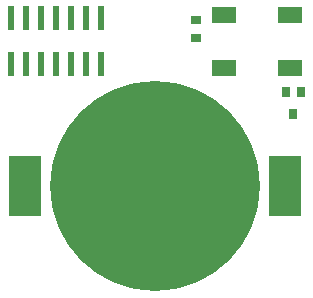
<source format=gbp>
G04*
G04 #@! TF.GenerationSoftware,Altium Limited,Altium Designer,18.1.9 (240)*
G04*
G04 Layer_Color=12360588*
%FSLAX24Y24*%
%MOIN*%
G70*
G01*
G75*
%ADD17R,0.0350X0.0310*%
%ADD31R,0.0276X0.0354*%
%ADD32R,0.0248X0.0787*%
%ADD33R,0.0800X0.0550*%
%ADD34C,0.7000*%
%ADD35R,0.1098X0.2000*%
D17*
X6590Y9720D02*
D03*
Y9100D02*
D03*
D31*
X10106Y7324D02*
D03*
X9594D02*
D03*
X9850Y6576D02*
D03*
D32*
X3440Y8232D02*
D03*
X2940D02*
D03*
X2440D02*
D03*
X1940D02*
D03*
X1440D02*
D03*
X940D02*
D03*
X440D02*
D03*
X3440Y9768D02*
D03*
X2940D02*
D03*
X2440D02*
D03*
X1940D02*
D03*
X1440D02*
D03*
X940D02*
D03*
X440D02*
D03*
D33*
X7520Y8095D02*
D03*
X9720D02*
D03*
X7520Y9865D02*
D03*
X9720D02*
D03*
D34*
X5240Y4180D02*
D03*
D35*
X915D02*
D03*
X9565D02*
D03*
M02*

</source>
